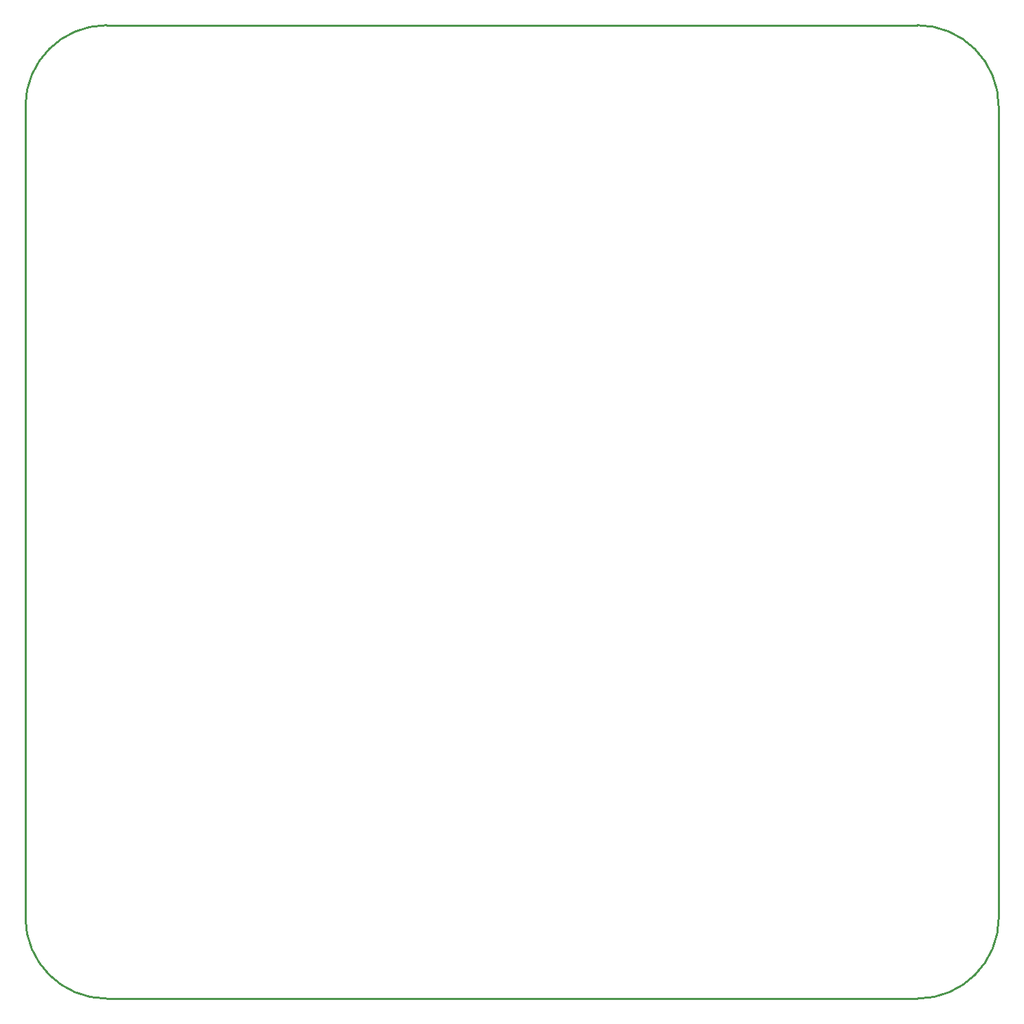
<source format=gko>
G04 Layer: BoardOutlineLayer*
G04 EasyEDA v6.5.15, 2022-09-22 11:34:21*
G04 4b7f6f8434e74b0d931dc7ec5f8e676b,5f190de28158457892684f41c71a4f21,10*
G04 Gerber Generator version 0.2*
G04 Scale: 100 percent, Rotated: No, Reflected: No *
G04 Dimensions in millimeters *
G04 leading zeros omitted , absolute positions ,4 integer and 5 decimal *
%FSLAX45Y45*%
%MOMM*%

%ADD10C,0.2540*%
D10*
X0Y-14025369D02*
G01*
X0Y-4025392D01*
X1000000Y-3025396D02*
G01*
X10999972Y-3025396D01*
X11999973Y-4025392D02*
G01*
X11999973Y-14025369D01*
X10999972Y-15025370D02*
G01*
X1000000Y-15025370D01*
G75*
G01*
X999998Y-15025370D02*
G02*
X0Y-14025372I0J999998D01*
G75*
G01*
X11999976Y-14025372D02*
G02*
X10999978Y-15025370I-999998J0D01*
G75*
G01*
X0Y-4025900D02*
G02*
X999998Y-3025902I999998J0D01*
G75*
G01*
X10998200Y-3025894D02*
G02*
X11998198Y-4025892I0J-999998D01*

%LPD*%
M02*

</source>
